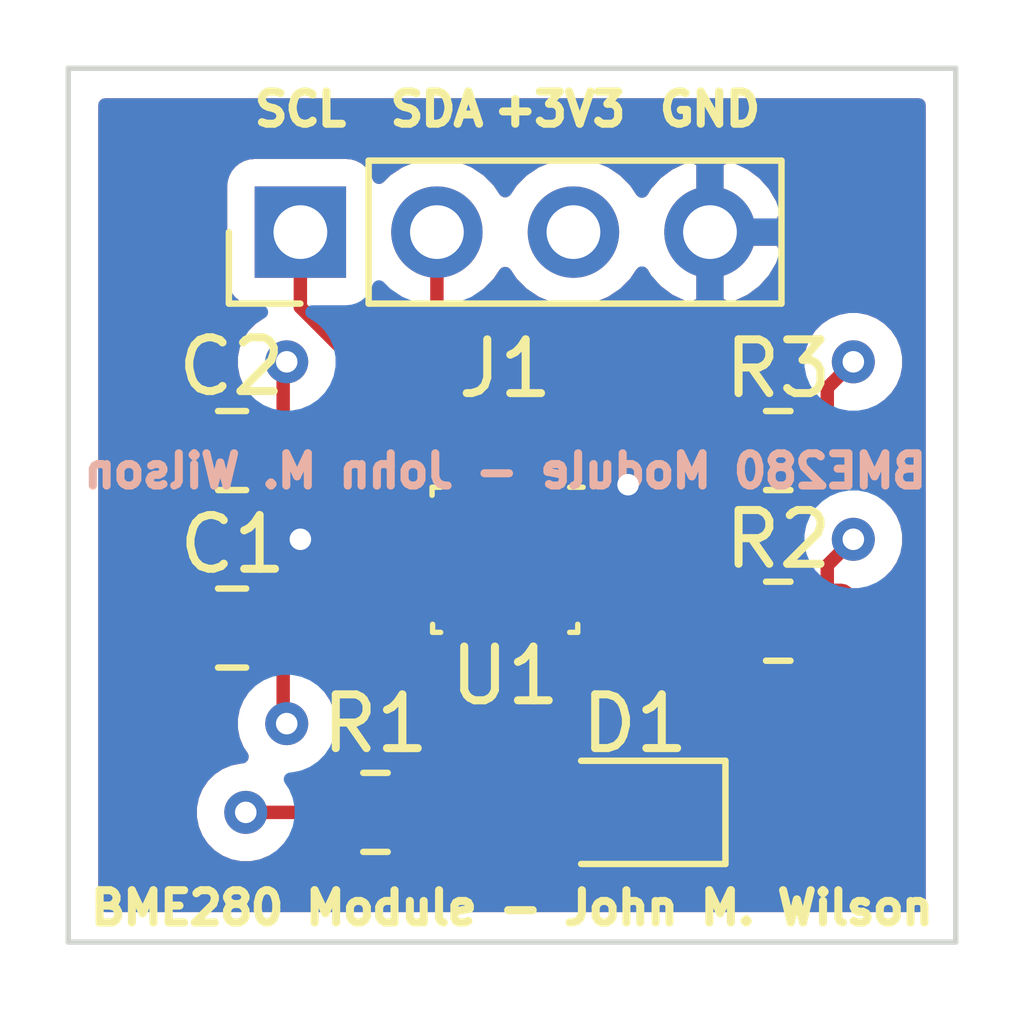
<source format=kicad_pcb>
(kicad_pcb (version 20171130) (host pcbnew "(5.1.9)-1")

  (general
    (thickness 1.6)
    (drawings 10)
    (tracks 45)
    (zones 0)
    (modules 8)
    (nets 8)
  )

  (page A4)
  (layers
    (0 F.Cu signal)
    (1 "In1.Cu_(PWR)" power)
    (2 "In2.Cu_(GND)" power)
    (31 B.Cu signal)
    (32 B.Adhes user)
    (33 F.Adhes user)
    (34 B.Paste user)
    (35 F.Paste user)
    (36 B.SilkS user)
    (37 F.SilkS user)
    (38 B.Mask user)
    (39 F.Mask user)
    (40 Dwgs.User user)
    (41 Cmts.User user)
    (42 Eco1.User user)
    (43 Eco2.User user)
    (44 Edge.Cuts user)
    (45 Margin user)
    (46 B.CrtYd user)
    (47 F.CrtYd user)
    (48 B.Fab user)
    (49 F.Fab user hide)
  )

  (setup
    (last_trace_width 0.25)
    (trace_clearance 0.2)
    (zone_clearance 0.508)
    (zone_45_only no)
    (trace_min 0.2)
    (via_size 0.8)
    (via_drill 0.4)
    (via_min_size 0.4)
    (via_min_drill 0.3)
    (uvia_size 0.3)
    (uvia_drill 0.1)
    (uvias_allowed no)
    (uvia_min_size 0.2)
    (uvia_min_drill 0.1)
    (edge_width 0.05)
    (segment_width 0.2)
    (pcb_text_width 0.3)
    (pcb_text_size 1.5 1.5)
    (mod_edge_width 0.12)
    (mod_text_size 1 1)
    (mod_text_width 0.15)
    (pad_size 1.524 1.524)
    (pad_drill 0.762)
    (pad_to_mask_clearance 0)
    (aux_axis_origin 0 0)
    (visible_elements 7FFFFFFF)
    (pcbplotparams
      (layerselection 0x010fc_ffffffff)
      (usegerberextensions false)
      (usegerberattributes true)
      (usegerberadvancedattributes true)
      (creategerberjobfile true)
      (excludeedgelayer true)
      (linewidth 0.100000)
      (plotframeref false)
      (viasonmask false)
      (mode 1)
      (useauxorigin false)
      (hpglpennumber 1)
      (hpglpenspeed 20)
      (hpglpendiameter 15.000000)
      (psnegative false)
      (psa4output false)
      (plotreference true)
      (plotvalue true)
      (plotinvisibletext false)
      (padsonsilk false)
      (subtractmaskfromsilk false)
      (outputformat 1)
      (mirror false)
      (drillshape 1)
      (scaleselection 1)
      (outputdirectory ""))
  )

  (net 0 "")
  (net 1 +3V3)
  (net 2 GND)
  (net 3 "Net-(D1-Pad2)")
  (net 4 SCL)
  (net 5 SDA)
  (net 6 "Net-(R2-Pad2)")
  (net 7 "Net-(R3-Pad2)")

  (net_class Default "This is the default net class."
    (clearance 0.2)
    (trace_width 0.25)
    (via_dia 0.8)
    (via_drill 0.4)
    (uvia_dia 0.3)
    (uvia_drill 0.1)
    (add_net +3V3)
    (add_net GND)
    (add_net "Net-(D1-Pad2)")
    (add_net "Net-(R2-Pad2)")
    (add_net "Net-(R3-Pad2)")
    (add_net SCL)
    (add_net SDA)
  )

  (module Capacitor_SMD:C_0805_2012Metric (layer F.Cu) (tedit 5F68FEEE) (tstamp 5FFE4A8E)
    (at 149.098 85.344 180)
    (descr "Capacitor SMD 0805 (2012 Metric), square (rectangular) end terminal, IPC_7351 nominal, (Body size source: IPC-SM-782 page 76, https://www.pcb-3d.com/wordpress/wp-content/uploads/ipc-sm-782a_amendment_1_and_2.pdf, https://docs.google.com/spreadsheets/d/1BsfQQcO9C6DZCsRaXUlFlo91Tg2WpOkGARC1WS5S8t0/edit?usp=sharing), generated with kicad-footprint-generator")
    (tags capacitor)
    (path /5FFE2DDC)
    (attr smd)
    (fp_text reference C1 (at -0.011399 1.557669) (layer F.SilkS)
      (effects (font (size 1 1) (thickness 0.15)))
    )
    (fp_text value 0.1uF (at 0 1.68) (layer F.Fab)
      (effects (font (size 1 1) (thickness 0.15)))
    )
    (fp_line (start 1.7 0.98) (end -1.7 0.98) (layer F.CrtYd) (width 0.05))
    (fp_line (start 1.7 -0.98) (end 1.7 0.98) (layer F.CrtYd) (width 0.05))
    (fp_line (start -1.7 -0.98) (end 1.7 -0.98) (layer F.CrtYd) (width 0.05))
    (fp_line (start -1.7 0.98) (end -1.7 -0.98) (layer F.CrtYd) (width 0.05))
    (fp_line (start -0.261252 0.735) (end 0.261252 0.735) (layer F.SilkS) (width 0.12))
    (fp_line (start -0.261252 -0.735) (end 0.261252 -0.735) (layer F.SilkS) (width 0.12))
    (fp_line (start 1 0.625) (end -1 0.625) (layer F.Fab) (width 0.1))
    (fp_line (start 1 -0.625) (end 1 0.625) (layer F.Fab) (width 0.1))
    (fp_line (start -1 -0.625) (end 1 -0.625) (layer F.Fab) (width 0.1))
    (fp_line (start -1 0.625) (end -1 -0.625) (layer F.Fab) (width 0.1))
    (fp_text user %R (at 0 0) (layer F.Fab)
      (effects (font (size 0.5 0.5) (thickness 0.08)))
    )
    (pad 2 smd roundrect (at 0.95 0 180) (size 1 1.45) (layers F.Cu F.Paste F.Mask) (roundrect_rratio 0.25)
      (net 2 GND))
    (pad 1 smd roundrect (at -0.95 0 180) (size 1 1.45) (layers F.Cu F.Paste F.Mask) (roundrect_rratio 0.25)
      (net 1 +3V3))
    (model ${KISYS3DMOD}/Capacitor_SMD.3dshapes/C_0805_2012Metric.wrl
      (at (xyz 0 0 0))
      (scale (xyz 1 1 1))
      (rotate (xyz 0 0 0))
    )
  )

  (module Capacitor_SMD:C_0805_2012Metric (layer F.Cu) (tedit 5F68FEEE) (tstamp 5FFE3F5E)
    (at 149.098 82.042 180)
    (descr "Capacitor SMD 0805 (2012 Metric), square (rectangular) end terminal, IPC_7351 nominal, (Body size source: IPC-SM-782 page 76, https://www.pcb-3d.com/wordpress/wp-content/uploads/ipc-sm-782a_amendment_1_and_2.pdf, https://docs.google.com/spreadsheets/d/1BsfQQcO9C6DZCsRaXUlFlo91Tg2WpOkGARC1WS5S8t0/edit?usp=sharing), generated with kicad-footprint-generator")
    (tags capacitor)
    (path /5FFE8878)
    (attr smd)
    (fp_text reference C2 (at 0.011323 1.561654) (layer F.SilkS)
      (effects (font (size 1 1) (thickness 0.15)))
    )
    (fp_text value 0.1uF (at 0 1.68) (layer F.Fab)
      (effects (font (size 1 1) (thickness 0.15)))
    )
    (fp_line (start 1.7 0.98) (end -1.7 0.98) (layer F.CrtYd) (width 0.05))
    (fp_line (start 1.7 -0.98) (end 1.7 0.98) (layer F.CrtYd) (width 0.05))
    (fp_line (start -1.7 -0.98) (end 1.7 -0.98) (layer F.CrtYd) (width 0.05))
    (fp_line (start -1.7 0.98) (end -1.7 -0.98) (layer F.CrtYd) (width 0.05))
    (fp_line (start -0.261252 0.735) (end 0.261252 0.735) (layer F.SilkS) (width 0.12))
    (fp_line (start -0.261252 -0.735) (end 0.261252 -0.735) (layer F.SilkS) (width 0.12))
    (fp_line (start 1 0.625) (end -1 0.625) (layer F.Fab) (width 0.1))
    (fp_line (start 1 -0.625) (end 1 0.625) (layer F.Fab) (width 0.1))
    (fp_line (start -1 -0.625) (end 1 -0.625) (layer F.Fab) (width 0.1))
    (fp_line (start -1 0.625) (end -1 -0.625) (layer F.Fab) (width 0.1))
    (fp_text user %R (at 0 0) (layer F.Fab)
      (effects (font (size 0.5 0.5) (thickness 0.08)))
    )
    (pad 2 smd roundrect (at 0.95 0 180) (size 1 1.45) (layers F.Cu F.Paste F.Mask) (roundrect_rratio 0.25)
      (net 2 GND))
    (pad 1 smd roundrect (at -0.95 0 180) (size 1 1.45) (layers F.Cu F.Paste F.Mask) (roundrect_rratio 0.25)
      (net 1 +3V3))
    (model ${KISYS3DMOD}/Capacitor_SMD.3dshapes/C_0805_2012Metric.wrl
      (at (xyz 0 0 0))
      (scale (xyz 1 1 1))
      (rotate (xyz 0 0 0))
    )
  )

  (module LED_SMD:LED_0805_2012Metric (layer F.Cu) (tedit 5F68FEF1) (tstamp 5FFE4E13)
    (at 156.591 88.773 180)
    (descr "LED SMD 0805 (2012 Metric), square (rectangular) end terminal, IPC_7351 nominal, (Body size source: https://docs.google.com/spreadsheets/d/1BsfQQcO9C6DZCsRaXUlFlo91Tg2WpOkGARC1WS5S8t0/edit?usp=sharing), generated with kicad-footprint-generator")
    (tags LED)
    (path /5FFDF880)
    (attr smd)
    (fp_text reference D1 (at 0 1.651) (layer F.SilkS)
      (effects (font (size 1 1) (thickness 0.15)))
    )
    (fp_text value "PWR LED" (at 0 1.65) (layer F.Fab)
      (effects (font (size 1 1) (thickness 0.15)))
    )
    (fp_line (start 1.68 0.95) (end -1.68 0.95) (layer F.CrtYd) (width 0.05))
    (fp_line (start 1.68 -0.95) (end 1.68 0.95) (layer F.CrtYd) (width 0.05))
    (fp_line (start -1.68 -0.95) (end 1.68 -0.95) (layer F.CrtYd) (width 0.05))
    (fp_line (start -1.68 0.95) (end -1.68 -0.95) (layer F.CrtYd) (width 0.05))
    (fp_line (start -1.685 0.96) (end 1 0.96) (layer F.SilkS) (width 0.12))
    (fp_line (start -1.685 -0.96) (end -1.685 0.96) (layer F.SilkS) (width 0.12))
    (fp_line (start 1 -0.96) (end -1.685 -0.96) (layer F.SilkS) (width 0.12))
    (fp_line (start 1 0.6) (end 1 -0.6) (layer F.Fab) (width 0.1))
    (fp_line (start -1 0.6) (end 1 0.6) (layer F.Fab) (width 0.1))
    (fp_line (start -1 -0.3) (end -1 0.6) (layer F.Fab) (width 0.1))
    (fp_line (start -0.7 -0.6) (end -1 -0.3) (layer F.Fab) (width 0.1))
    (fp_line (start 1 -0.6) (end -0.7 -0.6) (layer F.Fab) (width 0.1))
    (fp_text user %R (at 0 0) (layer F.Fab)
      (effects (font (size 0.5 0.5) (thickness 0.08)))
    )
    (pad 2 smd roundrect (at 0.9375 0 180) (size 0.975 1.4) (layers F.Cu F.Paste F.Mask) (roundrect_rratio 0.25)
      (net 3 "Net-(D1-Pad2)"))
    (pad 1 smd roundrect (at -0.9375 0 180) (size 0.975 1.4) (layers F.Cu F.Paste F.Mask) (roundrect_rratio 0.25)
      (net 2 GND))
    (model ${KISYS3DMOD}/LED_SMD.3dshapes/LED_0805_2012Metric.wrl
      (at (xyz 0 0 0))
      (scale (xyz 1 1 1))
      (rotate (xyz 0 0 0))
    )
  )

  (module Connector_PinHeader_2.54mm:PinHeader_1x04_P2.54mm_Vertical (layer F.Cu) (tedit 59FED5CC) (tstamp 5FFE3F89)
    (at 150.368 77.978 90)
    (descr "Through hole straight pin header, 1x04, 2.54mm pitch, single row")
    (tags "Through hole pin header THT 1x04 2.54mm single row")
    (path /5FFEF340)
    (fp_text reference J1 (at -2.54 3.81 180) (layer F.SilkS)
      (effects (font (size 1 1) (thickness 0.15)))
    )
    (fp_text value Conn_01x04 (at 0 9.95 90) (layer F.Fab)
      (effects (font (size 1 1) (thickness 0.15)))
    )
    (fp_line (start -0.635 -1.27) (end 1.27 -1.27) (layer F.Fab) (width 0.1))
    (fp_line (start 1.27 -1.27) (end 1.27 8.89) (layer F.Fab) (width 0.1))
    (fp_line (start 1.27 8.89) (end -1.27 8.89) (layer F.Fab) (width 0.1))
    (fp_line (start -1.27 8.89) (end -1.27 -0.635) (layer F.Fab) (width 0.1))
    (fp_line (start -1.27 -0.635) (end -0.635 -1.27) (layer F.Fab) (width 0.1))
    (fp_line (start -1.33 8.95) (end 1.33 8.95) (layer F.SilkS) (width 0.12))
    (fp_line (start -1.33 1.27) (end -1.33 8.95) (layer F.SilkS) (width 0.12))
    (fp_line (start 1.33 1.27) (end 1.33 8.95) (layer F.SilkS) (width 0.12))
    (fp_line (start -1.33 1.27) (end 1.33 1.27) (layer F.SilkS) (width 0.12))
    (fp_line (start -1.33 0) (end -1.33 -1.33) (layer F.SilkS) (width 0.12))
    (fp_line (start -1.33 -1.33) (end 0 -1.33) (layer F.SilkS) (width 0.12))
    (fp_line (start -1.8 -1.8) (end -1.8 9.4) (layer F.CrtYd) (width 0.05))
    (fp_line (start -1.8 9.4) (end 1.8 9.4) (layer F.CrtYd) (width 0.05))
    (fp_line (start 1.8 9.4) (end 1.8 -1.8) (layer F.CrtYd) (width 0.05))
    (fp_line (start 1.8 -1.8) (end -1.8 -1.8) (layer F.CrtYd) (width 0.05))
    (fp_text user %R (at 0 3.81) (layer F.Fab)
      (effects (font (size 1 1) (thickness 0.15)))
    )
    (pad 1 thru_hole rect (at 0 0 90) (size 1.7 1.7) (drill 1) (layers *.Cu *.Mask)
      (net 4 SCL))
    (pad 2 thru_hole oval (at 0 2.54 90) (size 1.7 1.7) (drill 1) (layers *.Cu *.Mask)
      (net 5 SDA))
    (pad 3 thru_hole oval (at 0 5.08 90) (size 1.7 1.7) (drill 1) (layers *.Cu *.Mask)
      (net 1 +3V3))
    (pad 4 thru_hole oval (at 0 7.62 90) (size 1.7 1.7) (drill 1) (layers *.Cu *.Mask)
      (net 2 GND))
    (model ${KISYS3DMOD}/Connector_PinHeader_2.54mm.3dshapes/PinHeader_1x04_P2.54mm_Vertical.wrl
      (at (xyz 0 0 0))
      (scale (xyz 1 1 1))
      (rotate (xyz 0 0 0))
    )
  )

  (module Resistor_SMD:R_0805_2012Metric (layer F.Cu) (tedit 5F68FEEE) (tstamp 5FFE3F9A)
    (at 151.765 88.773)
    (descr "Resistor SMD 0805 (2012 Metric), square (rectangular) end terminal, IPC_7351 nominal, (Body size source: IPC-SM-782 page 72, https://www.pcb-3d.com/wordpress/wp-content/uploads/ipc-sm-782a_amendment_1_and_2.pdf), generated with kicad-footprint-generator")
    (tags resistor)
    (path /5FFE0072)
    (attr smd)
    (fp_text reference R1 (at 0 -1.65) (layer F.SilkS)
      (effects (font (size 1 1) (thickness 0.15)))
    )
    (fp_text value 1K (at 0 1.65) (layer F.Fab)
      (effects (font (size 1 1) (thickness 0.15)))
    )
    (fp_line (start 1.68 0.95) (end -1.68 0.95) (layer F.CrtYd) (width 0.05))
    (fp_line (start 1.68 -0.95) (end 1.68 0.95) (layer F.CrtYd) (width 0.05))
    (fp_line (start -1.68 -0.95) (end 1.68 -0.95) (layer F.CrtYd) (width 0.05))
    (fp_line (start -1.68 0.95) (end -1.68 -0.95) (layer F.CrtYd) (width 0.05))
    (fp_line (start -0.227064 0.735) (end 0.227064 0.735) (layer F.SilkS) (width 0.12))
    (fp_line (start -0.227064 -0.735) (end 0.227064 -0.735) (layer F.SilkS) (width 0.12))
    (fp_line (start 1 0.625) (end -1 0.625) (layer F.Fab) (width 0.1))
    (fp_line (start 1 -0.625) (end 1 0.625) (layer F.Fab) (width 0.1))
    (fp_line (start -1 -0.625) (end 1 -0.625) (layer F.Fab) (width 0.1))
    (fp_line (start -1 0.625) (end -1 -0.625) (layer F.Fab) (width 0.1))
    (fp_text user %R (at 0 0) (layer F.Fab)
      (effects (font (size 0.5 0.5) (thickness 0.08)))
    )
    (pad 2 smd roundrect (at 0.9125 0) (size 1.025 1.4) (layers F.Cu F.Paste F.Mask) (roundrect_rratio 0.243902)
      (net 3 "Net-(D1-Pad2)"))
    (pad 1 smd roundrect (at -0.9125 0) (size 1.025 1.4) (layers F.Cu F.Paste F.Mask) (roundrect_rratio 0.243902)
      (net 1 +3V3))
    (model ${KISYS3DMOD}/Resistor_SMD.3dshapes/R_0805_2012Metric.wrl
      (at (xyz 0 0 0))
      (scale (xyz 1 1 1))
      (rotate (xyz 0 0 0))
    )
  )

  (module Resistor_SMD:R_0805_2012Metric (layer F.Cu) (tedit 5F68FEEE) (tstamp 5FFE3FAB)
    (at 159.258 85.217 180)
    (descr "Resistor SMD 0805 (2012 Metric), square (rectangular) end terminal, IPC_7351 nominal, (Body size source: IPC-SM-782 page 72, https://www.pcb-3d.com/wordpress/wp-content/uploads/ipc-sm-782a_amendment_1_and_2.pdf), generated with kicad-footprint-generator")
    (tags resistor)
    (path /5FFE9A05)
    (attr smd)
    (fp_text reference R2 (at 0 1.524) (layer F.SilkS)
      (effects (font (size 1 1) (thickness 0.15)))
    )
    (fp_text value 4.7K (at 0 1.65) (layer F.Fab)
      (effects (font (size 1 1) (thickness 0.15)))
    )
    (fp_line (start 1.68 0.95) (end -1.68 0.95) (layer F.CrtYd) (width 0.05))
    (fp_line (start 1.68 -0.95) (end 1.68 0.95) (layer F.CrtYd) (width 0.05))
    (fp_line (start -1.68 -0.95) (end 1.68 -0.95) (layer F.CrtYd) (width 0.05))
    (fp_line (start -1.68 0.95) (end -1.68 -0.95) (layer F.CrtYd) (width 0.05))
    (fp_line (start -0.227064 0.735) (end 0.227064 0.735) (layer F.SilkS) (width 0.12))
    (fp_line (start -0.227064 -0.735) (end 0.227064 -0.735) (layer F.SilkS) (width 0.12))
    (fp_line (start 1 0.625) (end -1 0.625) (layer F.Fab) (width 0.1))
    (fp_line (start 1 -0.625) (end 1 0.625) (layer F.Fab) (width 0.1))
    (fp_line (start -1 -0.625) (end 1 -0.625) (layer F.Fab) (width 0.1))
    (fp_line (start -1 0.625) (end -1 -0.625) (layer F.Fab) (width 0.1))
    (fp_text user %R (at 0 0) (layer F.Fab)
      (effects (font (size 0.5 0.5) (thickness 0.08)))
    )
    (pad 2 smd roundrect (at 0.9125 0 180) (size 1.025 1.4) (layers F.Cu F.Paste F.Mask) (roundrect_rratio 0.243902)
      (net 6 "Net-(R2-Pad2)"))
    (pad 1 smd roundrect (at -0.9125 0 180) (size 1.025 1.4) (layers F.Cu F.Paste F.Mask) (roundrect_rratio 0.243902)
      (net 1 +3V3))
    (model ${KISYS3DMOD}/Resistor_SMD.3dshapes/R_0805_2012Metric.wrl
      (at (xyz 0 0 0))
      (scale (xyz 1 1 1))
      (rotate (xyz 0 0 0))
    )
  )

  (module Resistor_SMD:R_0805_2012Metric (layer F.Cu) (tedit 5F68FEEE) (tstamp 5FFE3FBC)
    (at 159.258 82.042 180)
    (descr "Resistor SMD 0805 (2012 Metric), square (rectangular) end terminal, IPC_7351 nominal, (Body size source: IPC-SM-782 page 72, https://www.pcb-3d.com/wordpress/wp-content/uploads/ipc-sm-782a_amendment_1_and_2.pdf), generated with kicad-footprint-generator")
    (tags resistor)
    (path /5FFEB039)
    (attr smd)
    (fp_text reference R3 (at 0 1.524) (layer F.SilkS)
      (effects (font (size 1 1) (thickness 0.15)))
    )
    (fp_text value 4.7K (at 0 1.65) (layer F.Fab)
      (effects (font (size 1 1) (thickness 0.15)))
    )
    (fp_line (start -1 0.625) (end -1 -0.625) (layer F.Fab) (width 0.1))
    (fp_line (start -1 -0.625) (end 1 -0.625) (layer F.Fab) (width 0.1))
    (fp_line (start 1 -0.625) (end 1 0.625) (layer F.Fab) (width 0.1))
    (fp_line (start 1 0.625) (end -1 0.625) (layer F.Fab) (width 0.1))
    (fp_line (start -0.227064 -0.735) (end 0.227064 -0.735) (layer F.SilkS) (width 0.12))
    (fp_line (start -0.227064 0.735) (end 0.227064 0.735) (layer F.SilkS) (width 0.12))
    (fp_line (start -1.68 0.95) (end -1.68 -0.95) (layer F.CrtYd) (width 0.05))
    (fp_line (start -1.68 -0.95) (end 1.68 -0.95) (layer F.CrtYd) (width 0.05))
    (fp_line (start 1.68 -0.95) (end 1.68 0.95) (layer F.CrtYd) (width 0.05))
    (fp_line (start 1.68 0.95) (end -1.68 0.95) (layer F.CrtYd) (width 0.05))
    (fp_text user %R (at 0 0) (layer F.Fab)
      (effects (font (size 0.5 0.5) (thickness 0.08)))
    )
    (pad 1 smd roundrect (at -0.9125 0 180) (size 1.025 1.4) (layers F.Cu F.Paste F.Mask) (roundrect_rratio 0.243902)
      (net 1 +3V3))
    (pad 2 smd roundrect (at 0.9125 0 180) (size 1.025 1.4) (layers F.Cu F.Paste F.Mask) (roundrect_rratio 0.243902)
      (net 7 "Net-(R3-Pad2)"))
    (model ${KISYS3DMOD}/Resistor_SMD.3dshapes/R_0805_2012Metric.wrl
      (at (xyz 0 0 0))
      (scale (xyz 1 1 1))
      (rotate (xyz 0 0 0))
    )
  )

  (module Package_LGA:Bosch_LGA-8_2.5x2.5mm_P0.65mm_ClockwisePinNumbering (layer F.Cu) (tedit 5A0FA816) (tstamp 5FFE4BDC)
    (at 154.178 84.074 270)
    (descr LGA-8)
    (tags "lga land grid array")
    (path /5FFDBD0F)
    (attr smd)
    (fp_text reference U1 (at 2.159 0 180) (layer F.SilkS)
      (effects (font (size 1 1) (thickness 0.15)))
    )
    (fp_text value BME280 (at 0.015 2.535 90) (layer F.Fab)
      (effects (font (size 1 1) (thickness 0.15)))
    )
    (fp_line (start -1.35 1.36) (end -1.2 1.36) (layer F.SilkS) (width 0.1))
    (fp_line (start -1.25 -0.5) (end -0.5 -1.25) (layer F.Fab) (width 0.1))
    (fp_line (start -1.35 1.35) (end -1.35 1.2) (layer F.SilkS) (width 0.1))
    (fp_line (start 1.35 1.35) (end 1.35 1.2) (layer F.SilkS) (width 0.1))
    (fp_line (start 1.35 1.35) (end 1.2 1.35) (layer F.SilkS) (width 0.1))
    (fp_line (start 1.2 -1.35) (end 1.35 -1.35) (layer F.SilkS) (width 0.1))
    (fp_line (start 1.35 -1.35) (end 1.35 -1.2) (layer F.SilkS) (width 0.1))
    (fp_line (start -1.35 -1.2) (end -1.35 -1.45) (layer F.SilkS) (width 0.1))
    (fp_line (start -1.25 1.25) (end -1.25 -0.5) (layer F.Fab) (width 0.1))
    (fp_line (start -0.5 -1.25) (end 1.25 -1.25) (layer F.Fab) (width 0.1))
    (fp_line (start 1.25 -1.25) (end 1.25 1.25) (layer F.Fab) (width 0.1))
    (fp_line (start 1.25 1.25) (end -1.25 1.25) (layer F.Fab) (width 0.1))
    (fp_line (start -1.41 1.54) (end -1.41 -1.54) (layer F.CrtYd) (width 0.05))
    (fp_line (start -1.41 -1.54) (end 1.41 -1.54) (layer F.CrtYd) (width 0.05))
    (fp_line (start 1.41 -1.54) (end 1.41 1.54) (layer F.CrtYd) (width 0.05))
    (fp_line (start 1.41 1.54) (end -1.41 1.54) (layer F.CrtYd) (width 0.05))
    (fp_text user %R (at 0 0 270) (layer F.Fab)
      (effects (font (size 0.5 0.5) (thickness 0.075)))
    )
    (pad 4 smd rect (at 0.975 -1.025) (size 0.5 0.35) (layers F.Cu F.Paste F.Mask)
      (net 4 SCL))
    (pad 3 smd rect (at 0.325 -1.025) (size 0.5 0.35) (layers F.Cu F.Paste F.Mask)
      (net 5 SDA))
    (pad 2 smd rect (at -0.325 -1.025) (size 0.5 0.35) (layers F.Cu F.Paste F.Mask)
      (net 7 "Net-(R3-Pad2)"))
    (pad 1 smd rect (at -0.975 -1.025) (size 0.5 0.35) (layers F.Cu F.Paste F.Mask)
      (net 2 GND))
    (pad 8 smd rect (at -0.975 1.025) (size 0.5 0.35) (layers F.Cu F.Paste F.Mask)
      (net 1 +3V3))
    (pad 7 smd rect (at -0.325 1.025) (size 0.5 0.35) (layers F.Cu F.Paste F.Mask)
      (net 2 GND))
    (pad 6 smd rect (at 0.325 1.025) (size 0.5 0.35) (layers F.Cu F.Paste F.Mask)
      (net 1 +3V3))
    (pad 5 smd rect (at 0.975 1.025) (size 0.5 0.35) (layers F.Cu F.Paste F.Mask)
      (net 6 "Net-(R2-Pad2)"))
    (model ${KISYS3DMOD}/Package_LGA.3dshapes/Bosch_LGA-8_2.5x2.5mm_P0.65mm_ClockwisePinNumbering.wrl
      (offset (xyz 0.01500000025472259 -0.03500000059435272 0))
      (scale (xyz 1 1 1))
      (rotate (xyz 0 0 0))
    )
  )

  (gr_text "BME280 Module - John M. Wilson" (at 154.178 82.423) (layer B.SilkS)
    (effects (font (size 0.6 0.6) (thickness 0.15)) (justify mirror))
  )
  (gr_text "BME280 Module - John M. Wilson" (at 154.305 90.551) (layer F.SilkS)
    (effects (font (size 0.6 0.6) (thickness 0.15)))
  )
  (gr_text GND (at 157.988 75.692) (layer F.SilkS) (tstamp 5FFE5128)
    (effects (font (size 0.6 0.6) (thickness 0.15)))
  )
  (gr_text +3V3 (at 155.194 75.692) (layer F.SilkS) (tstamp 5FFE5128)
    (effects (font (size 0.6 0.6) (thickness 0.15)))
  )
  (gr_text SDA (at 152.908 75.692) (layer F.SilkS) (tstamp 5FFE5128)
    (effects (font (size 0.6 0.6) (thickness 0.15)))
  )
  (gr_text SCL (at 150.368 75.692) (layer F.SilkS)
    (effects (font (size 0.6 0.6) (thickness 0.15)))
  )
  (gr_line (start 162.56 74.93) (end 162.56 91.186) (layer Edge.Cuts) (width 0.1))
  (gr_line (start 146.05 74.93) (end 162.56 74.93) (layer Edge.Cuts) (width 0.1))
  (gr_line (start 146.05 91.186) (end 146.05 74.93) (layer Edge.Cuts) (width 0.1))
  (gr_line (start 162.56 91.186) (end 146.05 91.186) (layer Edge.Cuts) (width 0.1))

  (segment (start 151.105 83.099) (end 150.048 82.042) (width 0.25) (layer F.Cu) (net 1))
  (segment (start 153.153 83.099) (end 151.105 83.099) (width 0.25) (layer F.Cu) (net 1))
  (segment (start 150.993 84.399) (end 150.048 85.344) (width 0.25) (layer F.Cu) (net 1))
  (segment (start 153.153 84.399) (end 150.993 84.399) (width 0.25) (layer F.Cu) (net 1))
  (via (at 160.655 80.391) (size 0.8) (drill 0.4) (layers F.Cu B.Cu) (net 1))
  (segment (start 160.1705 80.8755) (end 160.655 80.391) (width 0.25) (layer F.Cu) (net 1))
  (segment (start 160.1705 82.042) (end 160.1705 80.8755) (width 0.25) (layer F.Cu) (net 1))
  (via (at 160.655 83.693) (size 0.8) (drill 0.4) (layers F.Cu B.Cu) (net 1))
  (segment (start 160.1705 84.1775) (end 160.655 83.693) (width 0.25) (layer F.Cu) (net 1))
  (segment (start 160.1705 85.217) (end 160.1705 84.1775) (width 0.25) (layer F.Cu) (net 1))
  (via (at 149.352 88.773) (size 0.8) (drill 0.4) (layers F.Cu B.Cu) (net 1))
  (segment (start 150.8525 88.773) (end 149.352 88.773) (width 0.25) (layer F.Cu) (net 1))
  (via (at 150.114 87.122) (size 0.8) (drill 0.4) (layers F.Cu B.Cu) (net 1))
  (segment (start 150.048 87.056) (end 150.114 87.122) (width 0.25) (layer F.Cu) (net 1))
  (segment (start 150.048 85.344) (end 150.048 87.056) (width 0.25) (layer F.Cu) (net 1))
  (via (at 150.114 80.391) (size 0.8) (drill 0.4) (layers F.Cu B.Cu) (net 1))
  (segment (start 150.048 80.457) (end 150.114 80.391) (width 0.25) (layer F.Cu) (net 1))
  (segment (start 150.048 82.042) (end 150.048 80.457) (width 0.25) (layer F.Cu) (net 1))
  (via (at 156.464 82.677) (size 0.8) (drill 0.4) (layers F.Cu B.Cu) (net 2))
  (segment (start 156.042 83.099) (end 156.464 82.677) (width 0.25) (layer F.Cu) (net 2))
  (segment (start 155.203 83.099) (end 156.042 83.099) (width 0.25) (layer F.Cu) (net 2))
  (segment (start 150.424 83.749) (end 150.368 83.693) (width 0.25) (layer F.Cu) (net 2))
  (via (at 150.368 83.693) (size 0.8) (drill 0.4) (layers F.Cu B.Cu) (net 2))
  (segment (start 153.153 83.749) (end 150.424 83.749) (width 0.25) (layer F.Cu) (net 2))
  (segment (start 152.6775 88.773) (end 155.6535 88.773) (width 0.25) (layer F.Cu) (net 3))
  (segment (start 154.264 85.049) (end 155.203 85.049) (width 0.25) (layer F.Cu) (net 4))
  (segment (start 153.797 84.582) (end 154.264 85.049) (width 0.25) (layer F.Cu) (net 4))
  (segment (start 153.797 81.915) (end 153.797 84.582) (width 0.25) (layer F.Cu) (net 4))
  (segment (start 152.781 80.899) (end 153.797 81.915) (width 0.25) (layer F.Cu) (net 4))
  (segment (start 151.892 80.899) (end 152.781 80.899) (width 0.25) (layer F.Cu) (net 4))
  (segment (start 150.368 79.375) (end 151.892 80.899) (width 0.25) (layer F.Cu) (net 4))
  (segment (start 150.368 77.978) (end 150.368 79.375) (width 0.25) (layer F.Cu) (net 4))
  (segment (start 154.701 84.399) (end 155.203 84.399) (width 0.25) (layer F.Cu) (net 5))
  (segment (start 154.559 84.257) (end 154.701 84.399) (width 0.25) (layer F.Cu) (net 5))
  (segment (start 154.559 81.026) (end 154.559 84.257) (width 0.25) (layer F.Cu) (net 5))
  (segment (start 152.908 79.375) (end 154.559 81.026) (width 0.25) (layer F.Cu) (net 5))
  (segment (start 152.908 77.978) (end 152.908 79.375) (width 0.25) (layer F.Cu) (net 5))
  (segment (start 153.289 85.725) (end 153.153 85.589) (width 0.25) (layer F.Cu) (net 6))
  (segment (start 153.153 85.589) (end 153.153 85.049) (width 0.25) (layer F.Cu) (net 6))
  (segment (start 156.845 85.725) (end 153.289 85.725) (width 0.25) (layer F.Cu) (net 6))
  (segment (start 157.353 85.217) (end 156.845 85.725) (width 0.25) (layer F.Cu) (net 6))
  (segment (start 158.3455 85.217) (end 157.353 85.217) (width 0.25) (layer F.Cu) (net 6))
  (segment (start 155.203 83.749) (end 157.678 83.749) (width 0.25) (layer F.Cu) (net 7))
  (segment (start 158.3455 83.0815) (end 158.3455 82.042) (width 0.25) (layer F.Cu) (net 7))
  (segment (start 157.678 83.749) (end 158.3455 83.0815) (width 0.25) (layer F.Cu) (net 7))

  (zone (net 2) (net_name GND) (layer F.Cu) (tstamp 0) (hatch edge 0.508)
    (connect_pads (clearance 0.508))
    (min_thickness 0.254)
    (fill yes (arc_segments 32) (thermal_gap 0.508) (thermal_bridge_width 0.508))
    (polygon
      (pts
        (xy 163.83 92.583) (xy 144.78 92.583) (xy 144.78 73.66) (xy 163.83 73.66)
      )
    )
    (filled_polygon
      (pts
        (xy 161.875001 90.501) (xy 146.735 90.501) (xy 146.735 86.069) (xy 147.009928 86.069) (xy 147.022188 86.193482)
        (xy 147.058498 86.31318) (xy 147.117463 86.423494) (xy 147.196815 86.520185) (xy 147.293506 86.599537) (xy 147.40382 86.658502)
        (xy 147.523518 86.694812) (xy 147.648 86.707072) (xy 147.86225 86.704) (xy 148.021 86.54525) (xy 148.021 85.471)
        (xy 147.17175 85.471) (xy 147.013 85.62975) (xy 147.009928 86.069) (xy 146.735 86.069) (xy 146.735 84.619)
        (xy 147.009928 84.619) (xy 147.013 85.05825) (xy 147.17175 85.217) (xy 148.021 85.217) (xy 148.021 84.14275)
        (xy 147.86225 83.984) (xy 147.648 83.980928) (xy 147.523518 83.993188) (xy 147.40382 84.029498) (xy 147.293506 84.088463)
        (xy 147.196815 84.167815) (xy 147.117463 84.264506) (xy 147.058498 84.37482) (xy 147.022188 84.494518) (xy 147.009928 84.619)
        (xy 146.735 84.619) (xy 146.735 82.767) (xy 147.009928 82.767) (xy 147.022188 82.891482) (xy 147.058498 83.01118)
        (xy 147.117463 83.121494) (xy 147.196815 83.218185) (xy 147.293506 83.297537) (xy 147.40382 83.356502) (xy 147.523518 83.392812)
        (xy 147.648 83.405072) (xy 147.86225 83.402) (xy 148.021 83.24325) (xy 148.021 82.169) (xy 147.17175 82.169)
        (xy 147.013 82.32775) (xy 147.009928 82.767) (xy 146.735 82.767) (xy 146.735 81.317) (xy 147.009928 81.317)
        (xy 147.013 81.75625) (xy 147.17175 81.915) (xy 148.021 81.915) (xy 148.021 80.84075) (xy 148.275 80.84075)
        (xy 148.275 81.915) (xy 148.295 81.915) (xy 148.295 82.169) (xy 148.275 82.169) (xy 148.275 83.24325)
        (xy 148.43375 83.402) (xy 148.648 83.405072) (xy 148.772482 83.392812) (xy 148.89218 83.356502) (xy 149.002494 83.297537)
        (xy 149.099185 83.218185) (xy 149.164658 83.138406) (xy 149.170038 83.144962) (xy 149.304614 83.255405) (xy 149.45815 83.337472)
        (xy 149.624746 83.388008) (xy 149.798 83.405072) (xy 150.298 83.405072) (xy 150.332839 83.401641) (xy 150.541201 83.610003)
        (xy 150.564999 83.639001) (xy 150.658724 83.715919) (xy 150.568724 83.764026) (xy 150.452999 83.858999) (xy 150.429201 83.887997)
        (xy 150.332839 83.984359) (xy 150.298 83.980928) (xy 149.798 83.980928) (xy 149.624746 83.997992) (xy 149.45815 84.048528)
        (xy 149.304614 84.130595) (xy 149.170038 84.241038) (xy 149.164658 84.247594) (xy 149.099185 84.167815) (xy 149.002494 84.088463)
        (xy 148.89218 84.029498) (xy 148.772482 83.993188) (xy 148.648 83.980928) (xy 148.43375 83.984) (xy 148.275 84.14275)
        (xy 148.275 85.217) (xy 148.295 85.217) (xy 148.295 85.471) (xy 148.275 85.471) (xy 148.275 86.54525)
        (xy 148.43375 86.704) (xy 148.648 86.707072) (xy 148.772482 86.694812) (xy 148.89218 86.658502) (xy 149.002494 86.599537)
        (xy 149.099185 86.520185) (xy 149.164658 86.440406) (xy 149.170038 86.446962) (xy 149.26706 86.526585) (xy 149.196795 86.631744)
        (xy 149.118774 86.820102) (xy 149.079 87.020061) (xy 149.079 87.223939) (xy 149.118774 87.423898) (xy 149.196795 87.612256)
        (xy 149.280814 87.738) (xy 149.250061 87.738) (xy 149.050102 87.777774) (xy 148.861744 87.855795) (xy 148.692226 87.969063)
        (xy 148.548063 88.113226) (xy 148.434795 88.282744) (xy 148.356774 88.471102) (xy 148.317 88.671061) (xy 148.317 88.874939)
        (xy 148.356774 89.074898) (xy 148.434795 89.263256) (xy 148.548063 89.432774) (xy 148.692226 89.576937) (xy 148.861744 89.690205)
        (xy 149.050102 89.768226) (xy 149.250061 89.808) (xy 149.453939 89.808) (xy 149.653898 89.768226) (xy 149.838444 89.691784)
        (xy 149.851595 89.716387) (xy 149.962038 89.850962) (xy 150.096613 89.961405) (xy 150.250149 90.043472) (xy 150.416745 90.094008)
        (xy 150.589999 90.111072) (xy 151.115001 90.111072) (xy 151.288255 90.094008) (xy 151.454851 90.043472) (xy 151.608387 89.961405)
        (xy 151.742962 89.850962) (xy 151.765 89.824109) (xy 151.787038 89.850962) (xy 151.921613 89.961405) (xy 152.075149 90.043472)
        (xy 152.241745 90.094008) (xy 152.414999 90.111072) (xy 152.940001 90.111072) (xy 153.113255 90.094008) (xy 153.279851 90.043472)
        (xy 153.433387 89.961405) (xy 153.567962 89.850962) (xy 153.678405 89.716387) (xy 153.760472 89.562851) (xy 153.769527 89.533)
        (xy 154.584827 89.533) (xy 154.595053 89.566709) (xy 154.676542 89.719164) (xy 154.786208 89.852792) (xy 154.919836 89.962458)
        (xy 155.072291 90.043947) (xy 155.237715 90.094128) (xy 155.40975 90.111072) (xy 155.89725 90.111072) (xy 156.069285 90.094128)
        (xy 156.234709 90.043947) (xy 156.387164 89.962458) (xy 156.520792 89.852792) (xy 156.526008 89.846436) (xy 156.589815 89.924185)
        (xy 156.686506 90.003537) (xy 156.79682 90.062502) (xy 156.916518 90.098812) (xy 157.041 90.111072) (xy 157.24275 90.108)
        (xy 157.4015 89.94925) (xy 157.4015 88.9) (xy 157.6555 88.9) (xy 157.6555 89.94925) (xy 157.81425 90.108)
        (xy 158.016 90.111072) (xy 158.140482 90.098812) (xy 158.26018 90.062502) (xy 158.370494 90.003537) (xy 158.467185 89.924185)
        (xy 158.546537 89.827494) (xy 158.605502 89.71718) (xy 158.641812 89.597482) (xy 158.654072 89.473) (xy 158.651 89.05875)
        (xy 158.49225 88.9) (xy 157.6555 88.9) (xy 157.4015 88.9) (xy 157.3815 88.9) (xy 157.3815 88.646)
        (xy 157.4015 88.646) (xy 157.4015 87.59675) (xy 157.6555 87.59675) (xy 157.6555 88.646) (xy 158.49225 88.646)
        (xy 158.651 88.48725) (xy 158.654072 88.073) (xy 158.641812 87.948518) (xy 158.605502 87.82882) (xy 158.546537 87.718506)
        (xy 158.467185 87.621815) (xy 158.370494 87.542463) (xy 158.26018 87.483498) (xy 158.140482 87.447188) (xy 158.016 87.434928)
        (xy 157.81425 87.438) (xy 157.6555 87.59675) (xy 157.4015 87.59675) (xy 157.24275 87.438) (xy 157.041 87.434928)
        (xy 156.916518 87.447188) (xy 156.79682 87.483498) (xy 156.686506 87.542463) (xy 156.589815 87.621815) (xy 156.526008 87.699564)
        (xy 156.520792 87.693208) (xy 156.387164 87.583542) (xy 156.234709 87.502053) (xy 156.069285 87.451872) (xy 155.89725 87.434928)
        (xy 155.40975 87.434928) (xy 155.237715 87.451872) (xy 155.072291 87.502053) (xy 154.919836 87.583542) (xy 154.786208 87.693208)
        (xy 154.676542 87.826836) (xy 154.595053 87.979291) (xy 154.584827 88.013) (xy 153.769527 88.013) (xy 153.760472 87.983149)
        (xy 153.678405 87.829613) (xy 153.567962 87.695038) (xy 153.433387 87.584595) (xy 153.279851 87.502528) (xy 153.113255 87.451992)
        (xy 152.940001 87.434928) (xy 152.414999 87.434928) (xy 152.241745 87.451992) (xy 152.075149 87.502528) (xy 151.921613 87.584595)
        (xy 151.787038 87.695038) (xy 151.765 87.721891) (xy 151.742962 87.695038) (xy 151.608387 87.584595) (xy 151.454851 87.502528)
        (xy 151.288255 87.451992) (xy 151.115001 87.434928) (xy 151.104657 87.434928) (xy 151.109226 87.423898) (xy 151.149 87.223939)
        (xy 151.149 87.020061) (xy 151.109226 86.820102) (xy 151.031205 86.631744) (xy 150.917937 86.462226) (xy 150.913171 86.45746)
        (xy 150.925962 86.446962) (xy 151.036405 86.312386) (xy 151.118472 86.15885) (xy 151.169008 85.992254) (xy 151.186072 85.819)
        (xy 151.186072 85.28073) (xy 151.307802 85.159) (xy 152.264928 85.159) (xy 152.264928 85.224) (xy 152.277188 85.348482)
        (xy 152.313498 85.46818) (xy 152.372463 85.578494) (xy 152.390448 85.600408) (xy 152.393 85.626322) (xy 152.393 85.626332)
        (xy 152.403997 85.737985) (xy 152.43502 85.840255) (xy 152.447454 85.881246) (xy 152.518026 86.013276) (xy 152.557871 86.061826)
        (xy 152.612999 86.129001) (xy 152.642003 86.152804) (xy 152.725196 86.235997) (xy 152.748999 86.265001) (xy 152.864724 86.359974)
        (xy 152.996753 86.430546) (xy 153.140014 86.474003) (xy 153.251667 86.485) (xy 153.251677 86.485) (xy 153.288999 86.488676)
        (xy 153.326322 86.485) (xy 156.807678 86.485) (xy 156.845 86.488676) (xy 156.882322 86.485) (xy 156.882333 86.485)
        (xy 156.993986 86.474003) (xy 157.137247 86.430546) (xy 157.269276 86.359974) (xy 157.385001 86.265001) (xy 157.407725 86.237311)
        (xy 157.455038 86.294962) (xy 157.589613 86.405405) (xy 157.743149 86.487472) (xy 157.909745 86.538008) (xy 158.082999 86.555072)
        (xy 158.608001 86.555072) (xy 158.781255 86.538008) (xy 158.947851 86.487472) (xy 159.101387 86.405405) (xy 159.235962 86.294962)
        (xy 159.258 86.268109) (xy 159.280038 86.294962) (xy 159.414613 86.405405) (xy 159.568149 86.487472) (xy 159.734745 86.538008)
        (xy 159.907999 86.555072) (xy 160.433001 86.555072) (xy 160.606255 86.538008) (xy 160.772851 86.487472) (xy 160.926387 86.405405)
        (xy 161.060962 86.294962) (xy 161.171405 86.160387) (xy 161.253472 86.006851) (xy 161.304008 85.840255) (xy 161.321072 85.667001)
        (xy 161.321072 84.766999) (xy 161.304008 84.593745) (xy 161.281405 84.519233) (xy 161.314774 84.496937) (xy 161.458937 84.352774)
        (xy 161.572205 84.183256) (xy 161.650226 83.994898) (xy 161.69 83.794939) (xy 161.69 83.591061) (xy 161.650226 83.391102)
        (xy 161.572205 83.202744) (xy 161.458937 83.033226) (xy 161.314774 82.889063) (xy 161.247071 82.843826) (xy 161.253472 82.831851)
        (xy 161.304008 82.665255) (xy 161.321072 82.492001) (xy 161.321072 81.591999) (xy 161.304008 81.418745) (xy 161.253472 81.252149)
        (xy 161.247071 81.240174) (xy 161.314774 81.194937) (xy 161.458937 81.050774) (xy 161.572205 80.881256) (xy 161.650226 80.692898)
        (xy 161.69 80.492939) (xy 161.69 80.289061) (xy 161.650226 80.089102) (xy 161.572205 79.900744) (xy 161.458937 79.731226)
        (xy 161.314774 79.587063) (xy 161.145256 79.473795) (xy 160.956898 79.395774) (xy 160.756939 79.356) (xy 160.553061 79.356)
        (xy 160.353102 79.395774) (xy 160.164744 79.473795) (xy 159.995226 79.587063) (xy 159.851063 79.731226) (xy 159.737795 79.900744)
        (xy 159.659774 80.089102) (xy 159.62 80.289061) (xy 159.62 80.348293) (xy 159.606702 80.364497) (xy 159.606701 80.364498)
        (xy 159.535526 80.451224) (xy 159.464954 80.583254) (xy 159.458059 80.605985) (xy 159.421498 80.726514) (xy 159.411444 80.828595)
        (xy 159.408486 80.858623) (xy 159.280038 80.964038) (xy 159.258 80.990891) (xy 159.235962 80.964038) (xy 159.101387 80.853595)
        (xy 158.947851 80.771528) (xy 158.781255 80.720992) (xy 158.608001 80.703928) (xy 158.082999 80.703928) (xy 157.909745 80.720992)
        (xy 157.743149 80.771528) (xy 157.589613 80.853595) (xy 157.455038 80.964038) (xy 157.344595 81.098613) (xy 157.262528 81.252149)
        (xy 157.211992 81.418745) (xy 157.194928 81.591999) (xy 157.194928 82.492001) (xy 157.211992 82.665255) (xy 157.262528 82.831851)
        (xy 157.344595 82.985387) (xy 157.34756 82.989) (xy 156.088 82.989) (xy 156.088 82.971998) (xy 156.008252 82.971998)
        (xy 156.088 82.89225) (xy 156.075086 82.782068) (xy 156.035443 82.663432) (xy 155.973417 82.55481) (xy 155.891392 82.460375)
        (xy 155.79252 82.383757) (xy 155.6806 82.327901) (xy 155.559934 82.294952) (xy 155.48475 82.289) (xy 155.330002 82.443748)
        (xy 155.330002 82.289) (xy 155.319 82.289) (xy 155.319 81.063333) (xy 155.322677 81.026) (xy 155.308003 80.877014)
        (xy 155.264546 80.733753) (xy 155.193974 80.601724) (xy 155.122799 80.514997) (xy 155.099001 80.485999) (xy 155.070004 80.462202)
        (xy 153.785481 79.17768) (xy 153.854632 79.131475) (xy 154.061475 78.924632) (xy 154.178 78.75024) (xy 154.294525 78.924632)
        (xy 154.501368 79.131475) (xy 154.744589 79.29399) (xy 155.014842 79.405932) (xy 155.30174 79.463) (xy 155.59426 79.463)
        (xy 155.881158 79.405932) (xy 156.151411 79.29399) (xy 156.394632 79.131475) (xy 156.601475 78.924632) (xy 156.723195 78.742466)
        (xy 156.792822 78.859355) (xy 156.987731 79.075588) (xy 157.22108 79.249641) (xy 157.483901 79.374825) (xy 157.63111 79.419476)
        (xy 157.861 79.298155) (xy 157.861 78.105) (xy 158.115 78.105) (xy 158.115 79.298155) (xy 158.34489 79.419476)
        (xy 158.492099 79.374825) (xy 158.75492 79.249641) (xy 158.988269 79.075588) (xy 159.183178 78.859355) (xy 159.332157 78.609252)
        (xy 159.429481 78.334891) (xy 159.308814 78.105) (xy 158.115 78.105) (xy 157.861 78.105) (xy 157.841 78.105)
        (xy 157.841 77.851) (xy 157.861 77.851) (xy 157.861 76.657845) (xy 158.115 76.657845) (xy 158.115 77.851)
        (xy 159.308814 77.851) (xy 159.429481 77.621109) (xy 159.332157 77.346748) (xy 159.183178 77.096645) (xy 158.988269 76.880412)
        (xy 158.75492 76.706359) (xy 158.492099 76.581175) (xy 158.34489 76.536524) (xy 158.115 76.657845) (xy 157.861 76.657845)
        (xy 157.63111 76.536524) (xy 157.483901 76.581175) (xy 157.22108 76.706359) (xy 156.987731 76.880412) (xy 156.792822 77.096645)
        (xy 156.723195 77.213534) (xy 156.601475 77.031368) (xy 156.394632 76.824525) (xy 156.151411 76.66201) (xy 155.881158 76.550068)
        (xy 155.59426 76.493) (xy 155.30174 76.493) (xy 155.014842 76.550068) (xy 154.744589 76.66201) (xy 154.501368 76.824525)
        (xy 154.294525 77.031368) (xy 154.178 77.20576) (xy 154.061475 77.031368) (xy 153.854632 76.824525) (xy 153.611411 76.66201)
        (xy 153.341158 76.550068) (xy 153.05426 76.493) (xy 152.76174 76.493) (xy 152.474842 76.550068) (xy 152.204589 76.66201)
        (xy 151.961368 76.824525) (xy 151.829513 76.95638) (xy 151.807502 76.88382) (xy 151.748537 76.773506) (xy 151.669185 76.676815)
        (xy 151.572494 76.597463) (xy 151.46218 76.538498) (xy 151.342482 76.502188) (xy 151.218 76.489928) (xy 149.518 76.489928)
        (xy 149.393518 76.502188) (xy 149.27382 76.538498) (xy 149.163506 76.597463) (xy 149.066815 76.676815) (xy 148.987463 76.773506)
        (xy 148.928498 76.88382) (xy 148.892188 77.003518) (xy 148.879928 77.128) (xy 148.879928 78.828) (xy 148.892188 78.952482)
        (xy 148.928498 79.07218) (xy 148.987463 79.182494) (xy 149.066815 79.279185) (xy 149.163506 79.358537) (xy 149.27382 79.417502)
        (xy 149.393518 79.453812) (xy 149.518 79.466072) (xy 149.613294 79.466072) (xy 149.614653 79.479869) (xy 149.454226 79.587063)
        (xy 149.310063 79.731226) (xy 149.196795 79.900744) (xy 149.118774 80.089102) (xy 149.079 80.289061) (xy 149.079 80.492939)
        (xy 149.118774 80.692898) (xy 149.196795 80.881256) (xy 149.212254 80.904392) (xy 149.170038 80.939038) (xy 149.164658 80.945594)
        (xy 149.099185 80.865815) (xy 149.002494 80.786463) (xy 148.89218 80.727498) (xy 148.772482 80.691188) (xy 148.648 80.678928)
        (xy 148.43375 80.682) (xy 148.275 80.84075) (xy 148.021 80.84075) (xy 147.86225 80.682) (xy 147.648 80.678928)
        (xy 147.523518 80.691188) (xy 147.40382 80.727498) (xy 147.293506 80.786463) (xy 147.196815 80.865815) (xy 147.117463 80.962506)
        (xy 147.058498 81.07282) (xy 147.022188 81.192518) (xy 147.009928 81.317) (xy 146.735 81.317) (xy 146.735 75.615)
        (xy 161.875 75.615)
      )
    )
  )
  (zone (net 1) (net_name +3V3) (layer "In1.Cu_(PWR)") (tstamp 0) (hatch edge 0.508)
    (connect_pads (clearance 0.508))
    (min_thickness 0.254)
    (fill yes (arc_segments 32) (thermal_gap 0.508) (thermal_bridge_width 0.508))
    (polygon
      (pts
        (xy 163.83 92.583) (xy 144.78 92.583) (xy 144.78 73.66) (xy 163.83 73.66)
      )
    )
    (filled_polygon
      (pts
        (xy 161.875001 90.501) (xy 146.735 90.501) (xy 146.735 83.591061) (xy 149.333 83.591061) (xy 149.333 83.794939)
        (xy 149.372774 83.994898) (xy 149.450795 84.183256) (xy 149.564063 84.352774) (xy 149.708226 84.496937) (xy 149.877744 84.610205)
        (xy 150.066102 84.688226) (xy 150.266061 84.728) (xy 150.469939 84.728) (xy 150.669898 84.688226) (xy 150.858256 84.610205)
        (xy 151.027774 84.496937) (xy 151.171937 84.352774) (xy 151.285205 84.183256) (xy 151.363226 83.994898) (xy 151.403 83.794939)
        (xy 151.403 83.591061) (xy 151.363226 83.391102) (xy 151.285205 83.202744) (xy 151.171937 83.033226) (xy 151.027774 82.889063)
        (xy 150.858256 82.775795) (xy 150.669898 82.697774) (xy 150.469939 82.658) (xy 150.266061 82.658) (xy 150.066102 82.697774)
        (xy 149.877744 82.775795) (xy 149.708226 82.889063) (xy 149.564063 83.033226) (xy 149.450795 83.202744) (xy 149.372774 83.391102)
        (xy 149.333 83.591061) (xy 146.735 83.591061) (xy 146.735 82.575061) (xy 155.429 82.575061) (xy 155.429 82.778939)
        (xy 155.468774 82.978898) (xy 155.546795 83.167256) (xy 155.660063 83.336774) (xy 155.804226 83.480937) (xy 155.973744 83.594205)
        (xy 156.162102 83.672226) (xy 156.362061 83.712) (xy 156.565939 83.712) (xy 156.765898 83.672226) (xy 156.954256 83.594205)
        (xy 157.123774 83.480937) (xy 157.267937 83.336774) (xy 157.381205 83.167256) (xy 157.459226 82.978898) (xy 157.499 82.778939)
        (xy 157.499 82.575061) (xy 157.459226 82.375102) (xy 157.381205 82.186744) (xy 157.267937 82.017226) (xy 157.123774 81.873063)
        (xy 156.954256 81.759795) (xy 156.765898 81.681774) (xy 156.565939 81.642) (xy 156.362061 81.642) (xy 156.162102 81.681774)
        (xy 155.973744 81.759795) (xy 155.804226 81.873063) (xy 155.660063 82.017226) (xy 155.546795 82.186744) (xy 155.468774 82.375102)
        (xy 155.429 82.575061) (xy 146.735 82.575061) (xy 146.735 77.128) (xy 148.879928 77.128) (xy 148.879928 78.828)
        (xy 148.892188 78.952482) (xy 148.928498 79.07218) (xy 148.987463 79.182494) (xy 149.066815 79.279185) (xy 149.163506 79.358537)
        (xy 149.27382 79.417502) (xy 149.393518 79.453812) (xy 149.518 79.466072) (xy 151.218 79.466072) (xy 151.342482 79.453812)
        (xy 151.46218 79.417502) (xy 151.572494 79.358537) (xy 151.669185 79.279185) (xy 151.748537 79.182494) (xy 151.807502 79.07218)
        (xy 151.829513 78.99962) (xy 151.961368 79.131475) (xy 152.204589 79.29399) (xy 152.474842 79.405932) (xy 152.76174 79.463)
        (xy 153.05426 79.463) (xy 153.341158 79.405932) (xy 153.611411 79.29399) (xy 153.854632 79.131475) (xy 154.061475 78.924632)
        (xy 154.183195 78.742466) (xy 154.252822 78.859355) (xy 154.447731 79.075588) (xy 154.68108 79.249641) (xy 154.943901 79.374825)
        (xy 155.09111 79.419476) (xy 155.321 79.298155) (xy 155.321 78.105) (xy 155.301 78.105) (xy 155.301 77.851)
        (xy 155.321 77.851) (xy 155.321 76.657845) (xy 155.575 76.657845) (xy 155.575 77.851) (xy 155.595 77.851)
        (xy 155.595 78.105) (xy 155.575 78.105) (xy 155.575 79.298155) (xy 155.80489 79.419476) (xy 155.952099 79.374825)
        (xy 156.21492 79.249641) (xy 156.448269 79.075588) (xy 156.643178 78.859355) (xy 156.712805 78.742466) (xy 156.834525 78.924632)
        (xy 157.041368 79.131475) (xy 157.284589 79.29399) (xy 157.554842 79.405932) (xy 157.84174 79.463) (xy 158.13426 79.463)
        (xy 158.421158 79.405932) (xy 158.691411 79.29399) (xy 158.934632 79.131475) (xy 159.141475 78.924632) (xy 159.30399 78.681411)
        (xy 159.415932 78.411158) (xy 159.473 78.12426) (xy 159.473 77.83174) (xy 159.415932 77.544842) (xy 159.30399 77.274589)
        (xy 159.141475 77.031368) (xy 158.934632 76.824525) (xy 158.691411 76.66201) (xy 158.421158 76.550068) (xy 158.13426 76.493)
        (xy 157.84174 76.493) (xy 157.554842 76.550068) (xy 157.284589 76.66201) (xy 157.041368 76.824525) (xy 156.834525 77.031368)
        (xy 156.712805 77.213534) (xy 156.643178 77.096645) (xy 156.448269 76.880412) (xy 156.21492 76.706359) (xy 155.952099 76.581175)
        (xy 155.80489 76.536524) (xy 155.575 76.657845) (xy 155.321 76.657845) (xy 155.09111 76.536524) (xy 154.943901 76.581175)
        (xy 154.68108 76.706359) (xy 154.447731 76.880412) (xy 154.252822 77.096645) (xy 154.183195 77.213534) (xy 154.061475 77.031368)
        (xy 153.854632 76.824525) (xy 153.611411 76.66201) (xy 153.341158 76.550068) (xy 153.05426 76.493) (xy 152.76174 76.493)
        (xy 152.474842 76.550068) (xy 152.204589 76.66201) (xy 151.961368 76.824525) (xy 151.829513 76.95638) (xy 151.807502 76.88382)
        (xy 151.748537 76.773506) (xy 151.669185 76.676815) (xy 151.572494 76.597463) (xy 151.46218 76.538498) (xy 151.342482 76.502188)
        (xy 151.218 76.489928) (xy 149.518 76.489928) (xy 149.393518 76.502188) (xy 149.27382 76.538498) (xy 149.163506 76.597463)
        (xy 149.066815 76.676815) (xy 148.987463 76.773506) (xy 148.928498 76.88382) (xy 148.892188 77.003518) (xy 148.879928 77.128)
        (xy 146.735 77.128) (xy 146.735 75.615) (xy 161.875 75.615)
      )
    )
  )
  (zone (net 2) (net_name GND) (layer "In2.Cu_(GND)") (tstamp 0) (hatch edge 0.508)
    (connect_pads (clearance 0.508))
    (min_thickness 0.254)
    (fill yes (arc_segments 32) (thermal_gap 0.508) (thermal_bridge_width 0.508))
    (polygon
      (pts
        (xy 163.83 92.583) (xy 144.78 92.583) (xy 144.78 73.66) (xy 163.83 73.66)
      )
    )
    (filled_polygon
      (pts
        (xy 161.875001 90.501) (xy 146.735 90.501) (xy 146.735 88.671061) (xy 148.317 88.671061) (xy 148.317 88.874939)
        (xy 148.356774 89.074898) (xy 148.434795 89.263256) (xy 148.548063 89.432774) (xy 148.692226 89.576937) (xy 148.861744 89.690205)
        (xy 149.050102 89.768226) (xy 149.250061 89.808) (xy 149.453939 89.808) (xy 149.653898 89.768226) (xy 149.842256 89.690205)
        (xy 150.011774 89.576937) (xy 150.155937 89.432774) (xy 150.269205 89.263256) (xy 150.347226 89.074898) (xy 150.387 88.874939)
        (xy 150.387 88.671061) (xy 150.347226 88.471102) (xy 150.269205 88.282744) (xy 150.185186 88.157) (xy 150.215939 88.157)
        (xy 150.415898 88.117226) (xy 150.604256 88.039205) (xy 150.773774 87.925937) (xy 150.917937 87.781774) (xy 151.031205 87.612256)
        (xy 151.109226 87.423898) (xy 151.149 87.223939) (xy 151.149 87.020061) (xy 151.109226 86.820102) (xy 151.031205 86.631744)
        (xy 150.917937 86.462226) (xy 150.773774 86.318063) (xy 150.604256 86.204795) (xy 150.415898 86.126774) (xy 150.215939 86.087)
        (xy 150.012061 86.087) (xy 149.812102 86.126774) (xy 149.623744 86.204795) (xy 149.454226 86.318063) (xy 149.310063 86.462226)
        (xy 149.196795 86.631744) (xy 149.118774 86.820102) (xy 149.079 87.020061) (xy 149.079 87.223939) (xy 149.118774 87.423898)
        (xy 149.196795 87.612256) (xy 149.280814 87.738) (xy 149.250061 87.738) (xy 149.050102 87.777774) (xy 148.861744 87.855795)
        (xy 148.692226 87.969063) (xy 148.548063 88.113226) (xy 148.434795 88.282744) (xy 148.356774 88.471102) (xy 148.317 88.671061)
        (xy 146.735 88.671061) (xy 146.735 83.591061) (xy 159.62 83.591061) (xy 159.62 83.794939) (xy 159.659774 83.994898)
        (xy 159.737795 84.183256) (xy 159.851063 84.352774) (xy 159.995226 84.496937) (xy 160.164744 84.610205) (xy 160.353102 84.688226)
        (xy 160.553061 84.728) (xy 160.756939 84.728) (xy 160.956898 84.688226) (xy 161.145256 84.610205) (xy 161.314774 84.496937)
        (xy 161.458937 84.352774) (xy 161.572205 84.183256) (xy 161.650226 83.994898) (xy 161.69 83.794939) (xy 161.69 83.591061)
        (xy 161.650226 83.391102) (xy 161.572205 83.202744) (xy 161.458937 83.033226) (xy 161.314774 82.889063) (xy 161.145256 82.775795)
        (xy 160.956898 82.697774) (xy 160.756939 82.658) (xy 160.553061 82.658) (xy 160.353102 82.697774) (xy 160.164744 82.775795)
        (xy 159.995226 82.889063) (xy 159.851063 83.033226) (xy 159.737795 83.202744) (xy 159.659774 83.391102) (xy 159.62 83.591061)
        (xy 146.735 83.591061) (xy 146.735 77.128) (xy 148.879928 77.128) (xy 148.879928 78.828) (xy 148.892188 78.952482)
        (xy 148.928498 79.07218) (xy 148.987463 79.182494) (xy 149.066815 79.279185) (xy 149.163506 79.358537) (xy 149.27382 79.417502)
        (xy 149.393518 79.453812) (xy 149.518 79.466072) (xy 149.642389 79.466072) (xy 149.623744 79.473795) (xy 149.454226 79.587063)
        (xy 149.310063 79.731226) (xy 149.196795 79.900744) (xy 149.118774 80.089102) (xy 149.079 80.289061) (xy 149.079 80.492939)
        (xy 149.118774 80.692898) (xy 149.196795 80.881256) (xy 149.310063 81.050774) (xy 149.454226 81.194937) (xy 149.623744 81.308205)
        (xy 149.812102 81.386226) (xy 150.012061 81.426) (xy 150.215939 81.426) (xy 150.415898 81.386226) (xy 150.604256 81.308205)
        (xy 150.773774 81.194937) (xy 150.917937 81.050774) (xy 151.031205 80.881256) (xy 151.109226 80.692898) (xy 151.149 80.492939)
        (xy 151.149 80.289061) (xy 159.62 80.289061) (xy 159.62 80.492939) (xy 159.659774 80.692898) (xy 159.737795 80.881256)
        (xy 159.851063 81.050774) (xy 159.995226 81.194937) (xy 160.164744 81.308205) (xy 160.353102 81.386226) (xy 160.553061 81.426)
        (xy 160.756939 81.426) (xy 160.956898 81.386226) (xy 161.145256 81.308205) (xy 161.314774 81.194937) (xy 161.458937 81.050774)
        (xy 161.572205 80.881256) (xy 161.650226 80.692898) (xy 161.69 80.492939) (xy 161.69 80.289061) (xy 161.650226 80.089102)
        (xy 161.572205 79.900744) (xy 161.458937 79.731226) (xy 161.314774 79.587063) (xy 161.145256 79.473795) (xy 160.956898 79.395774)
        (xy 160.756939 79.356) (xy 160.553061 79.356) (xy 160.353102 79.395774) (xy 160.164744 79.473795) (xy 159.995226 79.587063)
        (xy 159.851063 79.731226) (xy 159.737795 79.900744) (xy 159.659774 80.089102) (xy 159.62 80.289061) (xy 151.149 80.289061)
        (xy 151.109226 80.089102) (xy 151.031205 79.900744) (xy 150.917937 79.731226) (xy 150.773774 79.587063) (xy 150.604256 79.473795)
        (xy 150.585611 79.466072) (xy 151.218 79.466072) (xy 151.342482 79.453812) (xy 151.46218 79.417502) (xy 151.572494 79.358537)
        (xy 151.669185 79.279185) (xy 151.748537 79.182494) (xy 151.807502 79.07218) (xy 151.829513 78.99962) (xy 151.961368 79.131475)
        (xy 152.204589 79.29399) (xy 152.474842 79.405932) (xy 152.76174 79.463) (xy 153.05426 79.463) (xy 153.341158 79.405932)
        (xy 153.611411 79.29399) (xy 153.854632 79.131475) (xy 154.061475 78.924632) (xy 154.178 78.75024) (xy 154.294525 78.924632)
        (xy 154.501368 79.131475) (xy 154.744589 79.29399) (xy 155.014842 79.405932) (xy 155.30174 79.463) (xy 155.59426 79.463)
        (xy 155.881158 79.405932) (xy 156.151411 79.29399) (xy 156.394632 79.131475) (xy 156.601475 78.924632) (xy 156.723195 78.742466)
        (xy 156.792822 78.859355) (xy 156.987731 79.075588) (xy 157.22108 79.249641) (xy 157.483901 79.374825) (xy 157.63111 79.419476)
        (xy 157.861 79.298155) (xy 157.861 78.105) (xy 158.115 78.105) (xy 158.115 79.298155) (xy 158.34489 79.419476)
        (xy 158.492099 79.374825) (xy 158.75492 79.249641) (xy 158.988269 79.075588) (xy 159.183178 78.859355) (xy 159.332157 78.609252)
        (xy 159.429481 78.334891) (xy 159.308814 78.105) (xy 158.115 78.105) (xy 157.861 78.105) (xy 157.841 78.105)
        (xy 157.841 77.851) (xy 157.861 77.851) (xy 157.861 76.657845) (xy 158.115 76.657845) (xy 158.115 77.851)
        (xy 159.308814 77.851) (xy 159.429481 77.621109) (xy 159.332157 77.346748) (xy 159.183178 77.096645) (xy 158.988269 76.880412)
        (xy 158.75492 76.706359) (xy 158.492099 76.581175) (xy 158.34489 76.536524) (xy 158.115 76.657845) (xy 157.861 76.657845)
        (xy 157.63111 76.536524) (xy 157.483901 76.581175) (xy 157.22108 76.706359) (xy 156.987731 76.880412) (xy 156.792822 77.096645)
        (xy 156.723195 77.213534) (xy 156.601475 77.031368) (xy 156.394632 76.824525) (xy 156.151411 76.66201) (xy 155.881158 76.550068)
        (xy 155.59426 76.493) (xy 155.30174 76.493) (xy 155.014842 76.550068) (xy 154.744589 76.66201) (xy 154.501368 76.824525)
        (xy 154.294525 77.031368) (xy 154.178 77.20576) (xy 154.061475 77.031368) (xy 153.854632 76.824525) (xy 153.611411 76.66201)
        (xy 153.341158 76.550068) (xy 153.05426 76.493) (xy 152.76174 76.493) (xy 152.474842 76.550068) (xy 152.204589 76.66201)
        (xy 151.961368 76.824525) (xy 151.829513 76.95638) (xy 151.807502 76.88382) (xy 151.748537 76.773506) (xy 151.669185 76.676815)
        (xy 151.572494 76.597463) (xy 151.46218 76.538498) (xy 151.342482 76.502188) (xy 151.218 76.489928) (xy 149.518 76.489928)
        (xy 149.393518 76.502188) (xy 149.27382 76.538498) (xy 149.163506 76.597463) (xy 149.066815 76.676815) (xy 148.987463 76.773506)
        (xy 148.928498 76.88382) (xy 148.892188 77.003518) (xy 148.879928 77.128) (xy 146.735 77.128) (xy 146.735 75.615)
        (xy 161.875 75.615)
      )
    )
  )
  (zone (net 2) (net_name GND) (layer B.Cu) (tstamp 0) (hatch edge 0.508)
    (connect_pads (clearance 0.508))
    (min_thickness 0.254)
    (fill yes (arc_segments 32) (thermal_gap 0.508) (thermal_bridge_width 0.508))
    (polygon
      (pts
        (xy 163.83 92.583) (xy 144.78 92.583) (xy 144.78 73.66) (xy 163.83 73.66)
      )
    )
    (filled_polygon
      (pts
        (xy 161.875001 90.501) (xy 146.735 90.501) (xy 146.735 88.671061) (xy 148.317 88.671061) (xy 148.317 88.874939)
        (xy 148.356774 89.074898) (xy 148.434795 89.263256) (xy 148.548063 89.432774) (xy 148.692226 89.576937) (xy 148.861744 89.690205)
        (xy 149.050102 89.768226) (xy 149.250061 89.808) (xy 149.453939 89.808) (xy 149.653898 89.768226) (xy 149.842256 89.690205)
        (xy 150.011774 89.576937) (xy 150.155937 89.432774) (xy 150.269205 89.263256) (xy 150.347226 89.074898) (xy 150.387 88.874939)
        (xy 150.387 88.671061) (xy 150.347226 88.471102) (xy 150.269205 88.282744) (xy 150.185186 88.157) (xy 150.215939 88.157)
        (xy 150.415898 88.117226) (xy 150.604256 88.039205) (xy 150.773774 87.925937) (xy 150.917937 87.781774) (xy 151.031205 87.612256)
        (xy 151.109226 87.423898) (xy 151.149 87.223939) (xy 151.149 87.020061) (xy 151.109226 86.820102) (xy 151.031205 86.631744)
        (xy 150.917937 86.462226) (xy 150.773774 86.318063) (xy 150.604256 86.204795) (xy 150.415898 86.126774) (xy 150.215939 86.087)
        (xy 150.012061 86.087) (xy 149.812102 86.126774) (xy 149.623744 86.204795) (xy 149.454226 86.318063) (xy 149.310063 86.462226)
        (xy 149.196795 86.631744) (xy 149.118774 86.820102) (xy 149.079 87.020061) (xy 149.079 87.223939) (xy 149.118774 87.423898)
        (xy 149.196795 87.612256) (xy 149.280814 87.738) (xy 149.250061 87.738) (xy 149.050102 87.777774) (xy 148.861744 87.855795)
        (xy 148.692226 87.969063) (xy 148.548063 88.113226) (xy 148.434795 88.282744) (xy 148.356774 88.471102) (xy 148.317 88.671061)
        (xy 146.735 88.671061) (xy 146.735 83.591061) (xy 159.62 83.591061) (xy 159.62 83.794939) (xy 159.659774 83.994898)
        (xy 159.737795 84.183256) (xy 159.851063 84.352774) (xy 159.995226 84.496937) (xy 160.164744 84.610205) (xy 160.353102 84.688226)
        (xy 160.553061 84.728) (xy 160.756939 84.728) (xy 160.956898 84.688226) (xy 161.145256 84.610205) (xy 161.314774 84.496937)
        (xy 161.458937 84.352774) (xy 161.572205 84.183256) (xy 161.650226 83.994898) (xy 161.69 83.794939) (xy 161.69 83.591061)
        (xy 161.650226 83.391102) (xy 161.572205 83.202744) (xy 161.458937 83.033226) (xy 161.314774 82.889063) (xy 161.145256 82.775795)
        (xy 160.956898 82.697774) (xy 160.756939 82.658) (xy 160.553061 82.658) (xy 160.353102 82.697774) (xy 160.164744 82.775795)
        (xy 159.995226 82.889063) (xy 159.851063 83.033226) (xy 159.737795 83.202744) (xy 159.659774 83.391102) (xy 159.62 83.591061)
        (xy 146.735 83.591061) (xy 146.735 77.128) (xy 148.879928 77.128) (xy 148.879928 78.828) (xy 148.892188 78.952482)
        (xy 148.928498 79.07218) (xy 148.987463 79.182494) (xy 149.066815 79.279185) (xy 149.163506 79.358537) (xy 149.27382 79.417502)
        (xy 149.393518 79.453812) (xy 149.518 79.466072) (xy 149.642389 79.466072) (xy 149.623744 79.473795) (xy 149.454226 79.587063)
        (xy 149.310063 79.731226) (xy 149.196795 79.900744) (xy 149.118774 80.089102) (xy 149.079 80.289061) (xy 149.079 80.492939)
        (xy 149.118774 80.692898) (xy 149.196795 80.881256) (xy 149.310063 81.050774) (xy 149.454226 81.194937) (xy 149.623744 81.308205)
        (xy 149.812102 81.386226) (xy 150.012061 81.426) (xy 150.215939 81.426) (xy 150.415898 81.386226) (xy 150.604256 81.308205)
        (xy 150.773774 81.194937) (xy 150.917937 81.050774) (xy 151.031205 80.881256) (xy 151.109226 80.692898) (xy 151.149 80.492939)
        (xy 151.149 80.289061) (xy 159.62 80.289061) (xy 159.62 80.492939) (xy 159.659774 80.692898) (xy 159.737795 80.881256)
        (xy 159.851063 81.050774) (xy 159.995226 81.194937) (xy 160.164744 81.308205) (xy 160.353102 81.386226) (xy 160.553061 81.426)
        (xy 160.756939 81.426) (xy 160.956898 81.386226) (xy 161.145256 81.308205) (xy 161.314774 81.194937) (xy 161.458937 81.050774)
        (xy 161.572205 80.881256) (xy 161.650226 80.692898) (xy 161.69 80.492939) (xy 161.69 80.289061) (xy 161.650226 80.089102)
        (xy 161.572205 79.900744) (xy 161.458937 79.731226) (xy 161.314774 79.587063) (xy 161.145256 79.473795) (xy 160.956898 79.395774)
        (xy 160.756939 79.356) (xy 160.553061 79.356) (xy 160.353102 79.395774) (xy 160.164744 79.473795) (xy 159.995226 79.587063)
        (xy 159.851063 79.731226) (xy 159.737795 79.900744) (xy 159.659774 80.089102) (xy 159.62 80.289061) (xy 151.149 80.289061)
        (xy 151.109226 80.089102) (xy 151.031205 79.900744) (xy 150.917937 79.731226) (xy 150.773774 79.587063) (xy 150.604256 79.473795)
        (xy 150.585611 79.466072) (xy 151.218 79.466072) (xy 151.342482 79.453812) (xy 151.46218 79.417502) (xy 151.572494 79.358537)
        (xy 151.669185 79.279185) (xy 151.748537 79.182494) (xy 151.807502 79.07218) (xy 151.829513 78.99962) (xy 151.961368 79.131475)
        (xy 152.204589 79.29399) (xy 152.474842 79.405932) (xy 152.76174 79.463) (xy 153.05426 79.463) (xy 153.341158 79.405932)
        (xy 153.611411 79.29399) (xy 153.854632 79.131475) (xy 154.061475 78.924632) (xy 154.178 78.75024) (xy 154.294525 78.924632)
        (xy 154.501368 79.131475) (xy 154.744589 79.29399) (xy 155.014842 79.405932) (xy 155.30174 79.463) (xy 155.59426 79.463)
        (xy 155.881158 79.405932) (xy 156.151411 79.29399) (xy 156.394632 79.131475) (xy 156.601475 78.924632) (xy 156.723195 78.742466)
        (xy 156.792822 78.859355) (xy 156.987731 79.075588) (xy 157.22108 79.249641) (xy 157.483901 79.374825) (xy 157.63111 79.419476)
        (xy 157.861 79.298155) (xy 157.861 78.105) (xy 158.115 78.105) (xy 158.115 79.298155) (xy 158.34489 79.419476)
        (xy 158.492099 79.374825) (xy 158.75492 79.249641) (xy 158.988269 79.075588) (xy 159.183178 78.859355) (xy 159.332157 78.609252)
        (xy 159.429481 78.334891) (xy 159.308814 78.105) (xy 158.115 78.105) (xy 157.861 78.105) (xy 157.841 78.105)
        (xy 157.841 77.851) (xy 157.861 77.851) (xy 157.861 76.657845) (xy 158.115 76.657845) (xy 158.115 77.851)
        (xy 159.308814 77.851) (xy 159.429481 77.621109) (xy 159.332157 77.346748) (xy 159.183178 77.096645) (xy 158.988269 76.880412)
        (xy 158.75492 76.706359) (xy 158.492099 76.581175) (xy 158.34489 76.536524) (xy 158.115 76.657845) (xy 157.861 76.657845)
        (xy 157.63111 76.536524) (xy 157.483901 76.581175) (xy 157.22108 76.706359) (xy 156.987731 76.880412) (xy 156.792822 77.096645)
        (xy 156.723195 77.213534) (xy 156.601475 77.031368) (xy 156.394632 76.824525) (xy 156.151411 76.66201) (xy 155.881158 76.550068)
        (xy 155.59426 76.493) (xy 155.30174 76.493) (xy 155.014842 76.550068) (xy 154.744589 76.66201) (xy 154.501368 76.824525)
        (xy 154.294525 77.031368) (xy 154.178 77.20576) (xy 154.061475 77.031368) (xy 153.854632 76.824525) (xy 153.611411 76.66201)
        (xy 153.341158 76.550068) (xy 153.05426 76.493) (xy 152.76174 76.493) (xy 152.474842 76.550068) (xy 152.204589 76.66201)
        (xy 151.961368 76.824525) (xy 151.829513 76.95638) (xy 151.807502 76.88382) (xy 151.748537 76.773506) (xy 151.669185 76.676815)
        (xy 151.572494 76.597463) (xy 151.46218 76.538498) (xy 151.342482 76.502188) (xy 151.218 76.489928) (xy 149.518 76.489928)
        (xy 149.393518 76.502188) (xy 149.27382 76.538498) (xy 149.163506 76.597463) (xy 149.066815 76.676815) (xy 148.987463 76.773506)
        (xy 148.928498 76.88382) (xy 148.892188 77.003518) (xy 148.879928 77.128) (xy 146.735 77.128) (xy 146.735 75.615)
        (xy 161.875 75.615)
      )
    )
  )
)

</source>
